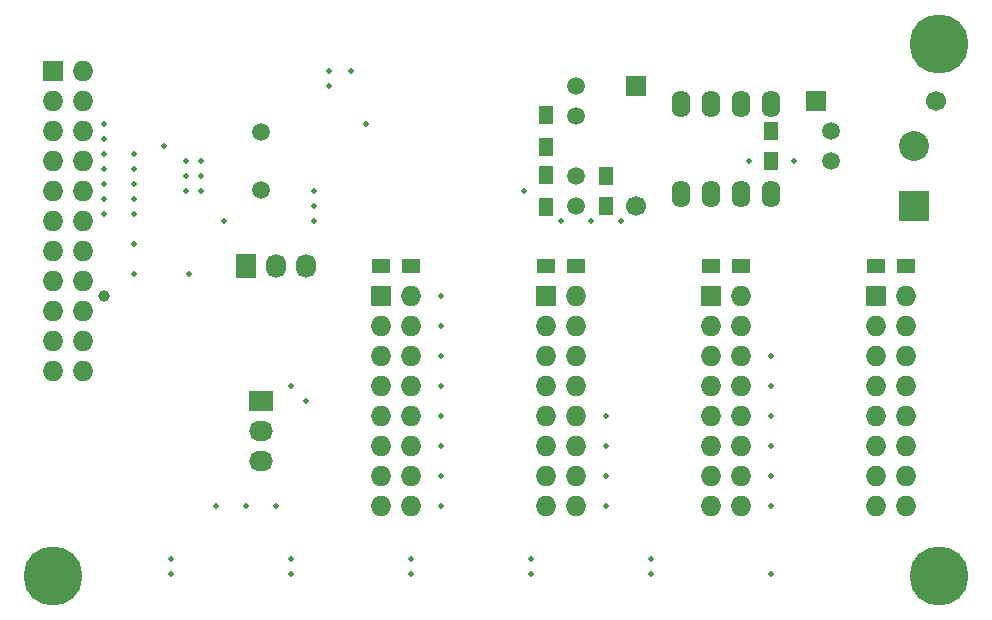
<source format=gbs>
G04 #@! TF.FileFunction,Soldermask,Bot*
%FSLAX46Y46*%
G04 Gerber Fmt 4.6, Leading zero omitted, Abs format (unit mm)*
G04 Created by KiCad (PCBNEW (2015-07-22 BZR 5980)-product) date Montag, 16. Mai 2016 'u53' 14:53:15*
%MOMM*%
G01*
G04 APERTURE LIST*
%ADD10C,0.100000*%
%ADD11C,5.000000*%
%ADD12C,0.500000*%
%ADD13C,1.000000*%
%ADD14C,1.501140*%
%ADD15R,1.500000X1.250000*%
%ADD16R,1.250000X1.500000*%
%ADD17C,1.699260*%
%ADD18R,1.699260X1.699260*%
%ADD19R,1.727200X2.032000*%
%ADD20O,1.727200X2.032000*%
%ADD21R,2.032000X1.727200*%
%ADD22O,2.032000X1.727200*%
%ADD23R,2.540000X2.540000*%
%ADD24C,2.540000*%
%ADD25R,1.727200X1.727200*%
%ADD26O,1.727200X1.727200*%
%ADD27R,1.300000X1.500000*%
%ADD28O,1.600000X2.300000*%
G04 APERTURE END LIST*
D10*
D11*
X222500000Y-62500000D03*
X222500000Y-107500000D03*
D12*
X210185000Y-72390000D03*
X206375000Y-72390000D03*
X208280000Y-72370000D03*
X195580000Y-77470000D03*
X193040000Y-77470000D03*
X190500000Y-77470000D03*
X187325000Y-74930000D03*
X189230000Y-76280000D03*
X194310000Y-76200000D03*
X154305000Y-81915000D03*
X154305000Y-79375000D03*
X161925000Y-77470000D03*
X173990000Y-69215000D03*
X156845000Y-71120000D03*
X166370000Y-101600000D03*
X163830000Y-101600000D03*
X161290000Y-101600000D03*
X208280000Y-93980000D03*
X180340000Y-83820000D03*
X180340000Y-86360000D03*
X180340000Y-88900000D03*
X180340000Y-91440000D03*
X180340000Y-93980000D03*
X180340000Y-96520000D03*
X180340000Y-99060000D03*
X180340000Y-101600000D03*
X194310000Y-93980000D03*
X194310000Y-96520000D03*
X194310000Y-99060000D03*
X194310000Y-101600000D03*
X208280000Y-88900000D03*
X208280000Y-91440000D03*
X208280000Y-96520000D03*
X208280000Y-99060000D03*
X208280000Y-101600000D03*
X168910000Y-92710000D03*
X167640000Y-91440000D03*
X172720000Y-64770000D03*
X170815000Y-64770000D03*
X170815000Y-66040000D03*
X169545000Y-77470000D03*
X169545000Y-74930000D03*
X169545000Y-76200000D03*
X198120000Y-106045000D03*
X187960000Y-106045000D03*
X177800000Y-106045000D03*
X208280000Y-107315000D03*
X198120000Y-107315000D03*
X187960000Y-107315000D03*
X177800000Y-107315000D03*
X167640000Y-107315000D03*
X167640000Y-106045000D03*
X157480000Y-106045000D03*
X157480000Y-107315000D03*
X151765000Y-69215000D03*
X151765000Y-70485000D03*
X151765000Y-76835000D03*
X151765000Y-75565000D03*
X151765000Y-74295000D03*
X151765000Y-73025000D03*
X151765000Y-71755000D03*
X154305000Y-71755000D03*
X154305000Y-73025000D03*
X154305000Y-74295000D03*
X154305000Y-75565000D03*
X154305000Y-76835000D03*
X159004000Y-81915000D03*
X158750000Y-74930000D03*
X158750000Y-73660000D03*
X158750000Y-72390000D03*
X160020000Y-74930000D03*
X160020000Y-73660000D03*
X160020000Y-72390000D03*
D13*
X151765000Y-83820000D03*
D14*
X213360000Y-72390000D03*
X213360000Y-69850000D03*
D15*
X189250000Y-81280000D03*
X191750000Y-81280000D03*
D16*
X194310000Y-73680000D03*
X194310000Y-76180000D03*
D14*
X191770000Y-76200000D03*
X191770000Y-73660000D03*
D15*
X203220000Y-81280000D03*
X205720000Y-81280000D03*
X217190000Y-81280000D03*
X219690000Y-81280000D03*
D16*
X208280000Y-69870000D03*
X208280000Y-72370000D03*
D15*
X175280000Y-81280000D03*
X177780000Y-81280000D03*
D17*
X196850000Y-76200000D03*
D18*
X196850000Y-66040000D03*
D19*
X163830000Y-81280000D03*
D20*
X166370000Y-81280000D03*
X168910000Y-81280000D03*
D21*
X165100000Y-92710000D03*
D22*
X165100000Y-95250000D03*
X165100000Y-97790000D03*
D14*
X191770000Y-68580000D03*
X191770000Y-66040000D03*
D23*
X220345000Y-76200000D03*
D24*
X220345000Y-71120000D03*
D25*
X147500000Y-64770000D03*
D26*
X150040000Y-64770000D03*
X147500000Y-67310000D03*
X150040000Y-67310000D03*
X147500000Y-69850000D03*
X150040000Y-69850000D03*
X147500000Y-72390000D03*
X150040000Y-72390000D03*
X147500000Y-74930000D03*
X150040000Y-74930000D03*
X147500000Y-77470000D03*
X150040000Y-77470000D03*
X147500000Y-80010000D03*
X150040000Y-80010000D03*
X147500000Y-82550000D03*
X150040000Y-82550000D03*
X147500000Y-85090000D03*
X150040000Y-85090000D03*
X147500000Y-87630000D03*
X150040000Y-87630000D03*
X147500000Y-90170000D03*
X150040000Y-90170000D03*
D25*
X203200000Y-83820000D03*
D26*
X205740000Y-83820000D03*
X203200000Y-86360000D03*
X205740000Y-86360000D03*
X203200000Y-88900000D03*
X205740000Y-88900000D03*
X203200000Y-91440000D03*
X205740000Y-91440000D03*
X203200000Y-93980000D03*
X205740000Y-93980000D03*
X203200000Y-96520000D03*
X205740000Y-96520000D03*
X203200000Y-99060000D03*
X205740000Y-99060000D03*
X203200000Y-101600000D03*
X205740000Y-101600000D03*
D25*
X217170000Y-83820000D03*
D26*
X219710000Y-83820000D03*
X217170000Y-86360000D03*
X219710000Y-86360000D03*
X217170000Y-88900000D03*
X219710000Y-88900000D03*
X217170000Y-91440000D03*
X219710000Y-91440000D03*
X217170000Y-93980000D03*
X219710000Y-93980000D03*
X217170000Y-96520000D03*
X219710000Y-96520000D03*
X217170000Y-99060000D03*
X219710000Y-99060000D03*
X217170000Y-101600000D03*
X219710000Y-101600000D03*
D25*
X175260000Y-83820000D03*
D26*
X177800000Y-83820000D03*
X175260000Y-86360000D03*
X177800000Y-86360000D03*
X175260000Y-88900000D03*
X177800000Y-88900000D03*
X175260000Y-91440000D03*
X177800000Y-91440000D03*
X175260000Y-93980000D03*
X177800000Y-93980000D03*
X175260000Y-96520000D03*
X177800000Y-96520000D03*
X175260000Y-99060000D03*
X177800000Y-99060000D03*
X175260000Y-101600000D03*
X177800000Y-101600000D03*
D25*
X189230000Y-83820000D03*
D26*
X191770000Y-83820000D03*
X189230000Y-86360000D03*
X191770000Y-86360000D03*
X189230000Y-88900000D03*
X191770000Y-88900000D03*
X189230000Y-91440000D03*
X191770000Y-91440000D03*
X189230000Y-93980000D03*
X191770000Y-93980000D03*
X189230000Y-96520000D03*
X191770000Y-96520000D03*
X189230000Y-99060000D03*
X191770000Y-99060000D03*
X189230000Y-101600000D03*
X191770000Y-101600000D03*
D27*
X189230000Y-68500000D03*
X189230000Y-71200000D03*
X189230000Y-73580000D03*
X189230000Y-76280000D03*
D28*
X200685000Y-75174048D03*
X203225000Y-75174048D03*
X205765000Y-75174048D03*
X208305000Y-75174048D03*
X208305000Y-67554048D03*
X205765000Y-67554048D03*
X203225000Y-67554048D03*
X200685000Y-67554048D03*
D14*
X165100000Y-69949060D03*
X165100000Y-74830940D03*
D17*
X222250000Y-67310000D03*
D18*
X212090000Y-67310000D03*
D11*
X147500000Y-107500000D03*
M02*

</source>
